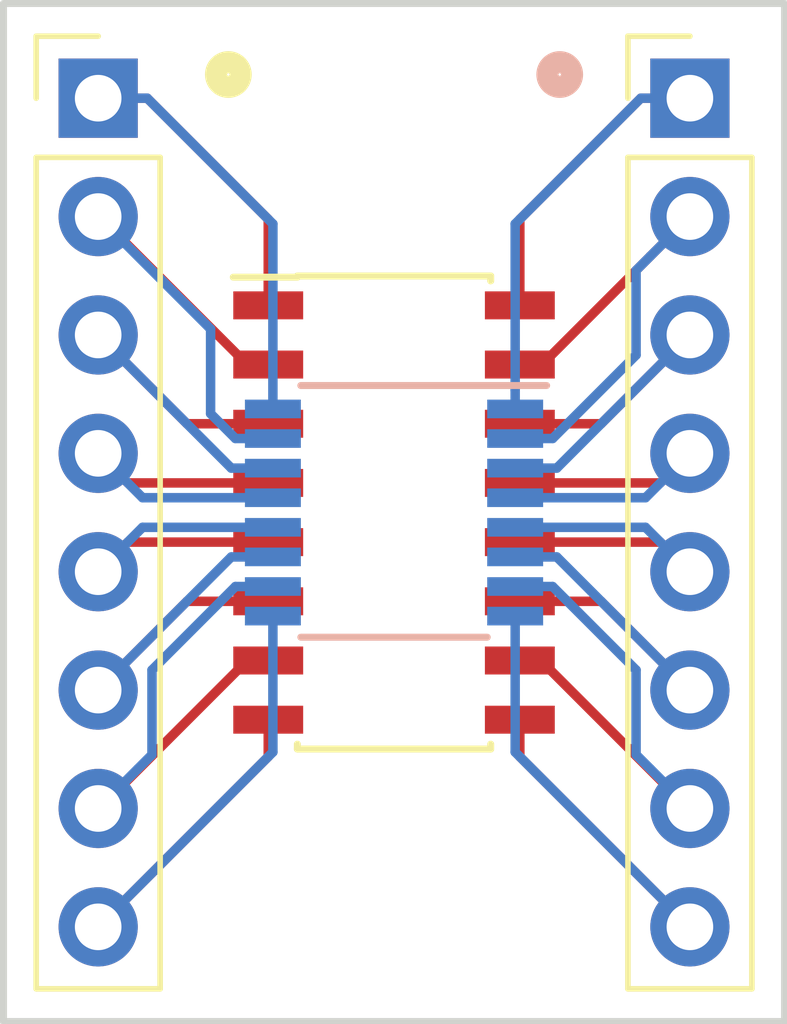
<source format=kicad_pcb>
(kicad_pcb (version 4) (host pcbnew 4.0.7)

  (general
    (links 33)
    (no_connects 1)
    (area 133.782999 106.604999 150.697001 128.599001)
    (thickness 1.6)
    (drawings 10)
    (tracks 84)
    (zones 0)
    (modules 4)
    (nets 16)
  )

  (page A4)
  (layers
    (0 F.Cu signal)
    (31 B.Cu signal)
    (32 B.Adhes user hide)
    (33 F.Adhes user hide)
    (34 B.Paste user hide)
    (35 F.Paste user hide)
    (36 B.SilkS user)
    (37 F.SilkS user)
    (38 B.Mask user)
    (39 F.Mask user)
    (40 Dwgs.User user hide)
    (41 Cmts.User user hide)
    (42 Eco1.User user hide)
    (43 Eco2.User user hide)
    (44 Edge.Cuts user)
    (45 Margin user hide)
    (46 B.CrtYd user hide)
    (47 F.CrtYd user hide)
    (48 B.Fab user hide)
    (49 F.Fab user hide)
  )

  (setup
    (last_trace_width 0.2032)
    (trace_clearance 0.2032)
    (zone_clearance 0.508)
    (zone_45_only no)
    (trace_min 0.2032)
    (segment_width 0.2)
    (edge_width 0.15)
    (via_size 0.6096)
    (via_drill 0.4064)
    (via_min_size 0.4064)
    (via_min_drill 0.3)
    (uvia_size 0.3)
    (uvia_drill 0.1)
    (uvias_allowed no)
    (uvia_min_size 0.2)
    (uvia_min_drill 0.1)
    (pcb_text_width 0.3)
    (pcb_text_size 1.5 1.5)
    (mod_edge_width 0.15)
    (mod_text_size 1 1)
    (mod_text_width 0.15)
    (pad_size 1.524 1.524)
    (pad_drill 0.762)
    (pad_to_mask_clearance 0.2)
    (aux_axis_origin 0 0)
    (visible_elements FFFFFF7F)
    (pcbplotparams
      (layerselection 0x010f0_80000001)
      (usegerberextensions false)
      (excludeedgelayer true)
      (linewidth 0.100000)
      (plotframeref false)
      (viasonmask false)
      (mode 1)
      (useauxorigin false)
      (hpglpennumber 1)
      (hpglpenspeed 20)
      (hpglpendiameter 15)
      (hpglpenoverlay 2)
      (psnegative false)
      (psa4output false)
      (plotreference true)
      (plotvalue true)
      (plotinvisibletext false)
      (padsonsilk false)
      (subtractmaskfromsilk false)
      (outputformat 1)
      (mirror false)
      (drillshape 0)
      (scaleselection 1)
      (outputdirectory Gerbers))
  )

  (net 0 "")
  (net 1 /Pin1)
  (net 2 /Pin2)
  (net 3 /Pin3)
  (net 4 /Pin4)
  (net 5 /Pin5)
  (net 6 /Pin6)
  (net 7 /Pin7)
  (net 8 /Pin8)
  (net 9 /Pin16)
  (net 10 /Pin15)
  (net 11 /Pin14)
  (net 12 /Pin13)
  (net 13 /Pin12)
  (net 14 /Pin11)
  (net 15 /Pin10)

  (net_class Default "This is the default net class."
    (clearance 0.2032)
    (trace_width 0.2032)
    (via_dia 0.6096)
    (via_drill 0.4064)
    (uvia_dia 0.3)
    (uvia_drill 0.1)
    (add_net /Pin1)
    (add_net /Pin10)
    (add_net /Pin11)
    (add_net /Pin12)
    (add_net /Pin13)
    (add_net /Pin14)
    (add_net /Pin15)
    (add_net /Pin16)
    (add_net /Pin2)
    (add_net /Pin3)
    (add_net /Pin4)
    (add_net /Pin5)
    (add_net /Pin6)
    (add_net /Pin7)
    (add_net /Pin8)
  )

  (module Pin_Headers:Pin_Header_Straight_1x08_Pitch2.54mm (layer F.Cu) (tedit 5B91D8E4) (tstamp 5B91D5EF)
    (at 135.89 108.712)
    (descr "Through hole straight pin header, 1x08, 2.54mm pitch, single row")
    (tags "Through hole pin header THT 1x08 2.54mm single row")
    (path /5B91CB19)
    (fp_text reference J1 (at 2.921 -0.254) (layer F.SilkS) hide
      (effects (font (size 1 1) (thickness 0.15)))
    )
    (fp_text value Left (at 0 20.11) (layer F.Fab) hide
      (effects (font (size 1 1) (thickness 0.15)))
    )
    (fp_line (start -0.635 -1.27) (end 1.27 -1.27) (layer F.Fab) (width 0.1))
    (fp_line (start 1.27 -1.27) (end 1.27 19.05) (layer F.Fab) (width 0.1))
    (fp_line (start 1.27 19.05) (end -1.27 19.05) (layer F.Fab) (width 0.1))
    (fp_line (start -1.27 19.05) (end -1.27 -0.635) (layer F.Fab) (width 0.1))
    (fp_line (start -1.27 -0.635) (end -0.635 -1.27) (layer F.Fab) (width 0.1))
    (fp_line (start -1.33 19.11) (end 1.33 19.11) (layer F.SilkS) (width 0.12))
    (fp_line (start -1.33 1.27) (end -1.33 19.11) (layer F.SilkS) (width 0.12))
    (fp_line (start 1.33 1.27) (end 1.33 19.11) (layer F.SilkS) (width 0.12))
    (fp_line (start -1.33 1.27) (end 1.33 1.27) (layer F.SilkS) (width 0.12))
    (fp_line (start -1.33 0) (end -1.33 -1.33) (layer F.SilkS) (width 0.12))
    (fp_line (start -1.33 -1.33) (end 0 -1.33) (layer F.SilkS) (width 0.12))
    (fp_line (start -1.8 -1.8) (end -1.8 19.55) (layer F.CrtYd) (width 0.05))
    (fp_line (start -1.8 19.55) (end 1.8 19.55) (layer F.CrtYd) (width 0.05))
    (fp_line (start 1.8 19.55) (end 1.8 -1.8) (layer F.CrtYd) (width 0.05))
    (fp_line (start 1.8 -1.8) (end -1.8 -1.8) (layer F.CrtYd) (width 0.05))
    (fp_text user %R (at 0 8.89 90) (layer F.Fab)
      (effects (font (size 1 1) (thickness 0.15)))
    )
    (pad 1 thru_hole rect (at 0 0) (size 1.7 1.7) (drill 1) (layers *.Cu *.Mask)
      (net 1 /Pin1))
    (pad 2 thru_hole oval (at 0 2.54) (size 1.7 1.7) (drill 1) (layers *.Cu *.Mask)
      (net 2 /Pin2))
    (pad 3 thru_hole oval (at 0 5.08) (size 1.7 1.7) (drill 1) (layers *.Cu *.Mask)
      (net 3 /Pin3))
    (pad 4 thru_hole oval (at 0 7.62) (size 1.7 1.7) (drill 1) (layers *.Cu *.Mask)
      (net 4 /Pin4))
    (pad 5 thru_hole oval (at 0 10.16) (size 1.7 1.7) (drill 1) (layers *.Cu *.Mask)
      (net 5 /Pin5))
    (pad 6 thru_hole oval (at 0 12.7) (size 1.7 1.7) (drill 1) (layers *.Cu *.Mask)
      (net 6 /Pin6))
    (pad 7 thru_hole oval (at 0 15.24) (size 1.7 1.7) (drill 1) (layers *.Cu *.Mask)
      (net 7 /Pin7))
    (pad 8 thru_hole oval (at 0 17.78) (size 1.7 1.7) (drill 1) (layers *.Cu *.Mask)
      (net 8 /Pin8))
    (model ${KISYS3DMOD}/Pin_Headers.3dshapes/Pin_Header_Straight_1x08_Pitch2.54mm.wrl
      (at (xyz 0 0 0))
      (scale (xyz 1 1 1))
      (rotate (xyz 0 0 0))
    )
  )

  (module Pin_Headers:Pin_Header_Straight_1x08_Pitch2.54mm (layer F.Cu) (tedit 5B91D8E8) (tstamp 5B91D5FB)
    (at 148.59 108.712)
    (descr "Through hole straight pin header, 1x08, 2.54mm pitch, single row")
    (tags "Through hole pin header THT 1x08 2.54mm single row")
    (path /5B91CAC8)
    (fp_text reference J2 (at -2.921 -0.127) (layer F.SilkS) hide
      (effects (font (size 1 1) (thickness 0.15)))
    )
    (fp_text value Right (at 0 20.11) (layer F.Fab) hide
      (effects (font (size 1 1) (thickness 0.15)))
    )
    (fp_line (start -0.635 -1.27) (end 1.27 -1.27) (layer F.Fab) (width 0.1))
    (fp_line (start 1.27 -1.27) (end 1.27 19.05) (layer F.Fab) (width 0.1))
    (fp_line (start 1.27 19.05) (end -1.27 19.05) (layer F.Fab) (width 0.1))
    (fp_line (start -1.27 19.05) (end -1.27 -0.635) (layer F.Fab) (width 0.1))
    (fp_line (start -1.27 -0.635) (end -0.635 -1.27) (layer F.Fab) (width 0.1))
    (fp_line (start -1.33 19.11) (end 1.33 19.11) (layer F.SilkS) (width 0.12))
    (fp_line (start -1.33 1.27) (end -1.33 19.11) (layer F.SilkS) (width 0.12))
    (fp_line (start 1.33 1.27) (end 1.33 19.11) (layer F.SilkS) (width 0.12))
    (fp_line (start -1.33 1.27) (end 1.33 1.27) (layer F.SilkS) (width 0.12))
    (fp_line (start -1.33 0) (end -1.33 -1.33) (layer F.SilkS) (width 0.12))
    (fp_line (start -1.33 -1.33) (end 0 -1.33) (layer F.SilkS) (width 0.12))
    (fp_line (start -1.8 -1.8) (end -1.8 19.55) (layer F.CrtYd) (width 0.05))
    (fp_line (start -1.8 19.55) (end 1.8 19.55) (layer F.CrtYd) (width 0.05))
    (fp_line (start 1.8 19.55) (end 1.8 -1.8) (layer F.CrtYd) (width 0.05))
    (fp_line (start 1.8 -1.8) (end -1.8 -1.8) (layer F.CrtYd) (width 0.05))
    (fp_text user %R (at 0 8.89 90) (layer F.Fab)
      (effects (font (size 1 1) (thickness 0.15)))
    )
    (pad 1 thru_hole rect (at 0 0) (size 1.7 1.7) (drill 1) (layers *.Cu *.Mask)
      (net 9 /Pin16))
    (pad 2 thru_hole oval (at 0 2.54) (size 1.7 1.7) (drill 1) (layers *.Cu *.Mask)
      (net 10 /Pin15))
    (pad 3 thru_hole oval (at 0 5.08) (size 1.7 1.7) (drill 1) (layers *.Cu *.Mask)
      (net 11 /Pin14))
    (pad 4 thru_hole oval (at 0 7.62) (size 1.7 1.7) (drill 1) (layers *.Cu *.Mask)
      (net 12 /Pin13))
    (pad 5 thru_hole oval (at 0 10.16) (size 1.7 1.7) (drill 1) (layers *.Cu *.Mask)
      (net 13 /Pin12))
    (pad 6 thru_hole oval (at 0 12.7) (size 1.7 1.7) (drill 1) (layers *.Cu *.Mask)
      (net 14 /Pin11))
    (pad 7 thru_hole oval (at 0 15.24) (size 1.7 1.7) (drill 1) (layers *.Cu *.Mask)
      (net 15 /Pin10))
    (pad 8 thru_hole oval (at 0 17.78) (size 1.7 1.7) (drill 1) (layers *.Cu *.Mask)
      (net 8 /Pin8))
    (model ${KISYS3DMOD}/Pin_Headers.3dshapes/Pin_Header_Straight_1x08_Pitch2.54mm.wrl
      (at (xyz 0 0 0))
      (scale (xyz 1 1 1))
      (rotate (xyz 0 0 0))
    )
  )

  (module Housings_SOIC:SOIC-16_3.9x9.9mm_Pitch1.27mm (layer F.Cu) (tedit 5B91D931) (tstamp 5B91D60F)
    (at 142.24 117.602)
    (descr "16-Lead Plastic Small Outline (SL) - Narrow, 3.90 mm Body [SOIC] (see Microchip Packaging Specification 00000049BS.pdf)")
    (tags "SOIC 1.27")
    (path /5B91D16C)
    (attr smd)
    (fp_text reference U1 (at 0 -6) (layer F.SilkS) hide
      (effects (font (size 1 1) (thickness 0.15)))
    )
    (fp_text value SOIC (at 0 6) (layer F.Fab)
      (effects (font (size 1 1) (thickness 0.15)))
    )
    (fp_text user %R (at 0 0) (layer F.Fab) hide
      (effects (font (size 0.9 0.9) (thickness 0.135)))
    )
    (fp_line (start -0.95 -4.95) (end 1.95 -4.95) (layer F.Fab) (width 0.15))
    (fp_line (start 1.95 -4.95) (end 1.95 4.95) (layer F.Fab) (width 0.15))
    (fp_line (start 1.95 4.95) (end -1.95 4.95) (layer F.Fab) (width 0.15))
    (fp_line (start -1.95 4.95) (end -1.95 -3.95) (layer F.Fab) (width 0.15))
    (fp_line (start -1.95 -3.95) (end -0.95 -4.95) (layer F.Fab) (width 0.15))
    (fp_line (start -3.7 -5.25) (end -3.7 5.25) (layer F.CrtYd) (width 0.05))
    (fp_line (start 3.7 -5.25) (end 3.7 5.25) (layer F.CrtYd) (width 0.05))
    (fp_line (start -3.7 -5.25) (end 3.7 -5.25) (layer F.CrtYd) (width 0.05))
    (fp_line (start -3.7 5.25) (end 3.7 5.25) (layer F.CrtYd) (width 0.05))
    (fp_line (start -2.075 -5.075) (end -2.075 -5.05) (layer F.SilkS) (width 0.15))
    (fp_line (start 2.075 -5.075) (end 2.075 -4.97) (layer F.SilkS) (width 0.15))
    (fp_line (start 2.075 5.075) (end 2.075 4.97) (layer F.SilkS) (width 0.15))
    (fp_line (start -2.075 5.075) (end -2.075 4.97) (layer F.SilkS) (width 0.15))
    (fp_line (start -2.075 -5.075) (end 2.075 -5.075) (layer F.SilkS) (width 0.15))
    (fp_line (start -2.075 5.075) (end 2.075 5.075) (layer F.SilkS) (width 0.15))
    (fp_line (start -2.075 -5.05) (end -3.45 -5.05) (layer F.SilkS) (width 0.15))
    (pad 1 smd rect (at -2.7 -4.445) (size 1.5 0.6) (layers F.Cu F.Paste F.Mask)
      (net 1 /Pin1))
    (pad 2 smd rect (at -2.7 -3.175) (size 1.5 0.6) (layers F.Cu F.Paste F.Mask)
      (net 2 /Pin2))
    (pad 3 smd rect (at -2.7 -1.905) (size 1.5 0.6) (layers F.Cu F.Paste F.Mask)
      (net 3 /Pin3))
    (pad 4 smd rect (at -2.7 -0.635) (size 1.5 0.6) (layers F.Cu F.Paste F.Mask)
      (net 4 /Pin4))
    (pad 5 smd rect (at -2.7 0.635) (size 1.5 0.6) (layers F.Cu F.Paste F.Mask)
      (net 5 /Pin5))
    (pad 6 smd rect (at -2.7 1.905) (size 1.5 0.6) (layers F.Cu F.Paste F.Mask)
      (net 6 /Pin6))
    (pad 7 smd rect (at -2.7 3.175) (size 1.5 0.6) (layers F.Cu F.Paste F.Mask)
      (net 7 /Pin7))
    (pad 8 smd rect (at -2.7 4.445) (size 1.5 0.6) (layers F.Cu F.Paste F.Mask)
      (net 8 /Pin8))
    (pad 9 smd rect (at 2.7 4.445) (size 1.5 0.6) (layers F.Cu F.Paste F.Mask)
      (net 8 /Pin8))
    (pad 10 smd rect (at 2.7 3.175) (size 1.5 0.6) (layers F.Cu F.Paste F.Mask)
      (net 15 /Pin10))
    (pad 11 smd rect (at 2.7 1.905) (size 1.5 0.6) (layers F.Cu F.Paste F.Mask)
      (net 14 /Pin11))
    (pad 12 smd rect (at 2.7 0.635) (size 1.5 0.6) (layers F.Cu F.Paste F.Mask)
      (net 13 /Pin12))
    (pad 13 smd rect (at 2.7 -0.635) (size 1.5 0.6) (layers F.Cu F.Paste F.Mask)
      (net 12 /Pin13))
    (pad 14 smd rect (at 2.7 -1.905) (size 1.5 0.6) (layers F.Cu F.Paste F.Mask)
      (net 11 /Pin14))
    (pad 15 smd rect (at 2.7 -3.175) (size 1.5 0.6) (layers F.Cu F.Paste F.Mask)
      (net 10 /Pin15))
    (pad 16 smd rect (at 2.7 -4.445) (size 1.5 0.6) (layers F.Cu F.Paste F.Mask)
      (net 9 /Pin16))
    (model ${KISYS3DMOD}/Housings_SOIC.3dshapes/SOIC-16_3.9x9.9mm_Pitch1.27mm.wrl
      (at (xyz 0 0 0))
      (scale (xyz 1 1 1))
      (rotate (xyz 0 0 0))
    )
  )

  (module Housings_SSOP:SSOP-16_3.9x4.9mm_Pitch0.635mm (layer B.Cu) (tedit 5B91D937) (tstamp 5B91D623)
    (at 142.24 117.602 180)
    (descr "SSOP16: plastic shrink small outline package; 16 leads; body width 3.9 mm; lead pitch 0.635; (see NXP SSOP-TSSOP-VSO-REFLOW.pdf and sot519-1_po.pdf)")
    (tags "SSOP 0.635")
    (path /5B91D3DD)
    (attr smd)
    (fp_text reference U2 (at 0 3.5 180) (layer B.SilkS) hide
      (effects (font (size 1 1) (thickness 0.15)) (justify mirror))
    )
    (fp_text value SSOP (at 0 -3.81 180) (layer B.Fab)
      (effects (font (size 1 1) (thickness 0.15)) (justify mirror))
    )
    (fp_line (start -0.95 2.45) (end 1.95 2.45) (layer B.Fab) (width 0.15))
    (fp_line (start 1.95 2.45) (end 1.95 -2.45) (layer B.Fab) (width 0.15))
    (fp_line (start 1.95 -2.45) (end -1.95 -2.45) (layer B.Fab) (width 0.15))
    (fp_line (start -1.95 -2.45) (end -1.95 1.45) (layer B.Fab) (width 0.15))
    (fp_line (start -1.95 1.45) (end -0.95 2.45) (layer B.Fab) (width 0.15))
    (fp_line (start -3.45 2.85) (end -3.45 -2.8) (layer B.CrtYd) (width 0.05))
    (fp_line (start 3.45 2.85) (end 3.45 -2.8) (layer B.CrtYd) (width 0.05))
    (fp_line (start -3.45 2.85) (end 3.45 2.85) (layer B.CrtYd) (width 0.05))
    (fp_line (start -3.45 -2.8) (end 3.45 -2.8) (layer B.CrtYd) (width 0.05))
    (fp_line (start -2 -2.675) (end 2 -2.675) (layer B.SilkS) (width 0.15))
    (fp_line (start -3.275 2.725) (end 2 2.725) (layer B.SilkS) (width 0.15))
    (fp_text user %R (at 0 0 180) (layer B.Fab) hide
      (effects (font (size 0.8 0.8) (thickness 0.15)) (justify mirror))
    )
    (pad 1 smd rect (at -2.6 2.2225 180) (size 1.2 0.4) (layers B.Cu B.Paste B.Mask)
      (net 9 /Pin16))
    (pad 2 smd rect (at -2.6 1.5875 180) (size 1.2 0.4) (layers B.Cu B.Paste B.Mask)
      (net 10 /Pin15))
    (pad 3 smd rect (at -2.6 0.9525 180) (size 1.2 0.4) (layers B.Cu B.Paste B.Mask)
      (net 11 /Pin14))
    (pad 4 smd rect (at -2.6 0.3175 180) (size 1.2 0.4) (layers B.Cu B.Paste B.Mask)
      (net 12 /Pin13))
    (pad 5 smd rect (at -2.6 -0.3175 180) (size 1.2 0.4) (layers B.Cu B.Paste B.Mask)
      (net 13 /Pin12))
    (pad 6 smd rect (at -2.6 -0.9525 180) (size 1.2 0.4) (layers B.Cu B.Paste B.Mask)
      (net 14 /Pin11))
    (pad 7 smd rect (at -2.6 -1.5875 180) (size 1.2 0.4) (layers B.Cu B.Paste B.Mask)
      (net 15 /Pin10))
    (pad 8 smd rect (at -2.6 -2.2225 180) (size 1.2 0.4) (layers B.Cu B.Paste B.Mask)
      (net 8 /Pin8))
    (pad 9 smd rect (at 2.6 -2.2225 180) (size 1.2 0.4) (layers B.Cu B.Paste B.Mask)
      (net 8 /Pin8))
    (pad 10 smd rect (at 2.6 -1.5875 180) (size 1.2 0.4) (layers B.Cu B.Paste B.Mask)
      (net 7 /Pin7))
    (pad 11 smd rect (at 2.6 -0.9525 180) (size 1.2 0.4) (layers B.Cu B.Paste B.Mask)
      (net 6 /Pin6))
    (pad 12 smd rect (at 2.6 -0.3175 180) (size 1.2 0.4) (layers B.Cu B.Paste B.Mask)
      (net 5 /Pin5))
    (pad 13 smd rect (at 2.6 0.3175 180) (size 1.2 0.4) (layers B.Cu B.Paste B.Mask)
      (net 4 /Pin4))
    (pad 14 smd rect (at 2.6 0.9525 180) (size 1.2 0.4) (layers B.Cu B.Paste B.Mask)
      (net 3 /Pin3))
    (pad 15 smd rect (at 2.6 1.5875 180) (size 1.2 0.4) (layers B.Cu B.Paste B.Mask)
      (net 2 /Pin2))
    (pad 16 smd rect (at 2.6 2.2225 180) (size 1.2 0.4) (layers B.Cu B.Paste B.Mask)
      (net 1 /Pin1))
    (model ${KISYS3DMOD}/Housings_SSOP.3dshapes/SSOP-16_3.9x4.9mm_Pitch0.635mm.wrl
      (at (xyz 0 0 0))
      (scale (xyz 1 1 1))
      (rotate (xyz 0 0 0))
    )
  )

  (gr_line (start 133.858 128.524) (end 133.858 106.68) (angle 90) (layer Edge.Cuts) (width 0.15))
  (gr_line (start 150.622 128.524) (end 133.858 128.524) (angle 90) (layer Edge.Cuts) (width 0.15))
  (gr_line (start 150.622 106.68) (end 150.622 128.524) (angle 90) (layer Edge.Cuts) (width 0.15))
  (gr_line (start 133.858 106.68) (end 150.622 106.68) (angle 90) (layer Edge.Cuts) (width 0.15))
  (gr_circle (center 145.796 108.204) (end 145.796 108.331) (layer B.SilkS) (width 0.2))
  (gr_circle (center 145.796 108.204) (end 145.669 108.458) (layer B.SilkS) (width 0.2))
  (gr_circle (center 145.796 108.204) (end 145.669 108.585) (layer B.SilkS) (width 0.2))
  (gr_circle (center 138.684 108.204) (end 138.684 108.331) (layer F.SilkS) (width 0.2))
  (gr_circle (center 138.684 108.204) (end 138.811 108.458) (layer F.SilkS) (width 0.2))
  (gr_circle (center 138.684 108.204) (end 138.811 108.585) (layer F.SilkS) (width 0.2))

  (segment (start 139.64 115.3795) (end 139.64 111.4088) (width 0.2032) (layer B.Cu) (net 1))
  (segment (start 139.64 111.4088) (end 136.9432 108.712) (width 0.2032) (layer B.Cu) (net 1))
  (segment (start 136.9432 108.712) (end 135.89 108.712) (width 0.2032) (layer B.Cu) (net 1))
  (segment (start 139.54 113.157) (end 139.54 111.3088) (width 0.2032) (layer F.Cu) (net 1))
  (segment (start 139.54 111.3088) (end 136.9432 108.712) (width 0.2032) (layer F.Cu) (net 1))
  (segment (start 136.9432 108.712) (end 135.89 108.712) (width 0.2032) (layer F.Cu) (net 1))
  (segment (start 138.303 115.4807) (end 138.303 113.665) (width 0.2032) (layer B.Cu) (net 2))
  (segment (start 138.303 113.665) (end 135.89 111.252) (width 0.2032) (layer B.Cu) (net 2))
  (segment (start 139.64 116.0145) (end 138.8368 116.0145) (width 0.2032) (layer B.Cu) (net 2))
  (segment (start 138.8368 116.0145) (end 138.303 115.4807) (width 0.2032) (layer B.Cu) (net 2))
  (segment (start 139.54 114.427) (end 139.09 114.427) (width 0.2032) (layer F.Cu) (net 2))
  (segment (start 139.09 114.427) (end 135.915 111.252) (width 0.2032) (layer F.Cu) (net 2))
  (segment (start 135.915 111.252) (end 135.89 111.252) (width 0.2032) (layer F.Cu) (net 2))
  (segment (start 139.64 116.6495) (end 138.7475 116.6495) (width 0.2032) (layer B.Cu) (net 3))
  (segment (start 138.7475 116.6495) (end 135.89 113.792) (width 0.2032) (layer B.Cu) (net 3))
  (segment (start 139.54 115.697) (end 137.795 115.697) (width 0.2032) (layer F.Cu) (net 3))
  (segment (start 137.795 115.697) (end 135.89 113.792) (width 0.2032) (layer F.Cu) (net 3))
  (segment (start 139.64 117.2845) (end 136.8425 117.2845) (width 0.2032) (layer B.Cu) (net 4))
  (segment (start 136.8425 117.2845) (end 135.89 116.332) (width 0.2032) (layer B.Cu) (net 4))
  (segment (start 139.54 116.967) (end 136.525 116.967) (width 0.2032) (layer F.Cu) (net 4))
  (segment (start 136.525 116.967) (end 135.89 116.332) (width 0.2032) (layer F.Cu) (net 4))
  (segment (start 139.64 117.9195) (end 136.8425 117.9195) (width 0.2032) (layer B.Cu) (net 5))
  (segment (start 136.8425 117.9195) (end 135.89 118.872) (width 0.2032) (layer B.Cu) (net 5))
  (segment (start 139.54 118.237) (end 136.525 118.237) (width 0.2032) (layer F.Cu) (net 5))
  (segment (start 136.525 118.237) (end 135.89 118.872) (width 0.2032) (layer F.Cu) (net 5))
  (segment (start 139.64 118.5545) (end 138.7475 118.5545) (width 0.2032) (layer B.Cu) (net 6))
  (segment (start 138.7475 118.5545) (end 135.89 121.412) (width 0.2032) (layer B.Cu) (net 6))
  (segment (start 139.54 119.507) (end 137.795 119.507) (width 0.2032) (layer F.Cu) (net 6))
  (segment (start 137.795 119.507) (end 135.89 121.412) (width 0.2032) (layer F.Cu) (net 6))
  (segment (start 139.64 119.1895) (end 138.8368 119.1895) (width 0.2032) (layer B.Cu) (net 7))
  (segment (start 138.8368 119.1895) (end 137.044801 120.981499) (width 0.2032) (layer B.Cu) (net 7))
  (segment (start 137.044801 120.981499) (end 137.044801 122.797199) (width 0.2032) (layer B.Cu) (net 7))
  (segment (start 137.044801 122.797199) (end 136.739999 123.102001) (width 0.2032) (layer B.Cu) (net 7))
  (segment (start 136.739999 123.102001) (end 135.89 123.952) (width 0.2032) (layer B.Cu) (net 7))
  (segment (start 139.54 120.777) (end 139.09 120.777) (width 0.2032) (layer F.Cu) (net 7))
  (segment (start 139.09 120.777) (end 135.915 123.952) (width 0.2032) (layer F.Cu) (net 7))
  (segment (start 135.915 123.952) (end 135.89 123.952) (width 0.2032) (layer F.Cu) (net 7))
  (segment (start 144.84 119.8245) (end 144.84 122.742) (width 0.2032) (layer B.Cu) (net 8))
  (segment (start 144.84 122.742) (end 148.59 126.492) (width 0.2032) (layer B.Cu) (net 8))
  (segment (start 139.64 119.8245) (end 139.64 122.742) (width 0.2032) (layer B.Cu) (net 8))
  (segment (start 139.64 122.742) (end 135.89 126.492) (width 0.2032) (layer B.Cu) (net 8))
  (segment (start 144.94 122.047) (end 144.94 122.842) (width 0.2032) (layer F.Cu) (net 8))
  (segment (start 144.94 122.842) (end 148.59 126.492) (width 0.2032) (layer F.Cu) (net 8))
  (segment (start 139.54 122.047) (end 139.54 122.842) (width 0.2032) (layer F.Cu) (net 8))
  (segment (start 139.54 122.842) (end 135.89 126.492) (width 0.2032) (layer F.Cu) (net 8))
  (segment (start 148.59 108.712) (end 147.5368 108.712) (width 0.2032) (layer B.Cu) (net 9))
  (segment (start 147.5368 108.712) (end 144.84 111.4088) (width 0.2032) (layer B.Cu) (net 9))
  (segment (start 144.84 111.4088) (end 144.84 114.9763) (width 0.2032) (layer B.Cu) (net 9))
  (segment (start 144.84 114.9763) (end 144.84 115.3795) (width 0.2032) (layer B.Cu) (net 9))
  (segment (start 144.94 113.157) (end 144.94 111.3088) (width 0.2032) (layer F.Cu) (net 9))
  (segment (start 144.94 111.3088) (end 147.5368 108.712) (width 0.2032) (layer F.Cu) (net 9))
  (segment (start 147.5368 108.712) (end 148.59 108.712) (width 0.2032) (layer F.Cu) (net 9))
  (segment (start 144.84 116.0145) (end 145.6432 116.0145) (width 0.2032) (layer B.Cu) (net 10))
  (segment (start 145.6432 116.0145) (end 147.435199 114.222501) (width 0.2032) (layer B.Cu) (net 10))
  (segment (start 147.435199 114.222501) (end 147.435199 112.406801) (width 0.2032) (layer B.Cu) (net 10))
  (segment (start 147.435199 112.406801) (end 147.740001 112.101999) (width 0.2032) (layer B.Cu) (net 10))
  (segment (start 147.740001 112.101999) (end 148.59 111.252) (width 0.2032) (layer B.Cu) (net 10))
  (segment (start 144.94 114.427) (end 145.415 114.427) (width 0.2032) (layer F.Cu) (net 10))
  (segment (start 145.415 114.427) (end 147.740001 112.101999) (width 0.2032) (layer F.Cu) (net 10))
  (segment (start 147.740001 112.101999) (end 148.59 111.252) (width 0.2032) (layer F.Cu) (net 10))
  (segment (start 144.84 116.6495) (end 145.7325 116.6495) (width 0.2032) (layer B.Cu) (net 11))
  (segment (start 145.7325 116.6495) (end 148.59 113.792) (width 0.2032) (layer B.Cu) (net 11))
  (segment (start 144.94 115.697) (end 146.685 115.697) (width 0.2032) (layer F.Cu) (net 11))
  (segment (start 146.685 115.697) (end 148.59 113.792) (width 0.2032) (layer F.Cu) (net 11))
  (segment (start 144.84 117.2845) (end 147.6375 117.2845) (width 0.2032) (layer B.Cu) (net 12))
  (segment (start 147.6375 117.2845) (end 148.59 116.332) (width 0.2032) (layer B.Cu) (net 12))
  (segment (start 144.94 116.967) (end 147.955 116.967) (width 0.2032) (layer F.Cu) (net 12))
  (segment (start 147.955 116.967) (end 148.59 116.332) (width 0.2032) (layer F.Cu) (net 12))
  (segment (start 144.84 117.9195) (end 147.6375 117.9195) (width 0.2032) (layer B.Cu) (net 13))
  (segment (start 147.6375 117.9195) (end 148.59 118.872) (width 0.2032) (layer B.Cu) (net 13))
  (segment (start 144.94 118.237) (end 147.955 118.237) (width 0.2032) (layer F.Cu) (net 13))
  (segment (start 147.955 118.237) (end 148.59 118.872) (width 0.2032) (layer F.Cu) (net 13))
  (segment (start 144.84 118.5545) (end 145.7325 118.5545) (width 0.2032) (layer B.Cu) (net 14))
  (segment (start 145.7325 118.5545) (end 148.59 121.412) (width 0.2032) (layer B.Cu) (net 14))
  (segment (start 144.94 119.507) (end 146.685 119.507) (width 0.2032) (layer F.Cu) (net 14))
  (segment (start 146.685 119.507) (end 148.59 121.412) (width 0.2032) (layer F.Cu) (net 14))
  (segment (start 144.84 119.1895) (end 145.6432 119.1895) (width 0.2032) (layer B.Cu) (net 15))
  (segment (start 145.6432 119.1895) (end 147.435199 120.981499) (width 0.2032) (layer B.Cu) (net 15))
  (segment (start 147.435199 120.981499) (end 147.435199 122.797199) (width 0.2032) (layer B.Cu) (net 15))
  (segment (start 147.435199 122.797199) (end 147.740001 123.102001) (width 0.2032) (layer B.Cu) (net 15))
  (segment (start 147.740001 123.102001) (end 148.59 123.952) (width 0.2032) (layer B.Cu) (net 15))
  (segment (start 144.94 120.777) (end 145.39 120.777) (width 0.2032) (layer F.Cu) (net 15))
  (segment (start 145.39 120.777) (end 148.565 123.952) (width 0.2032) (layer F.Cu) (net 15))
  (segment (start 148.565 123.952) (end 148.59 123.952) (width 0.2032) (layer F.Cu) (net 15))

)

</source>
